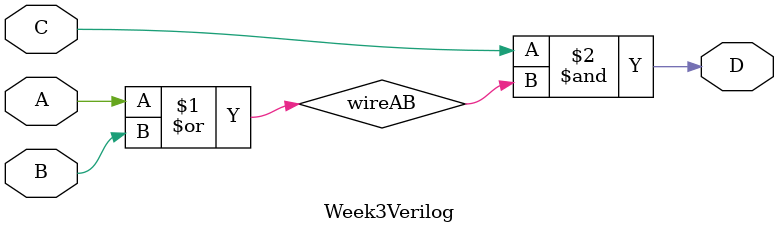
<source format=v>
`timescale 1ns / 1ps


module Week3Verilog
// initializing variables
   (A,
    B,
    C,
    D);
// defines i/o of the pins    
    input wire [0:0]A;
    input wire [0:0]B;
    input wire [0:0]C;
    output wire [0:0]D;
// creates a wire variable
    wire wireAB;
// wireAB == A | B
    or(wireAB,A,B);
// D == C && wireAB
    and(D,C,wireAB);

endmodule

</source>
